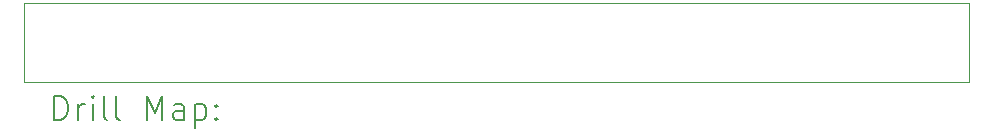
<source format=gbr>
%TF.GenerationSoftware,KiCad,Pcbnew,7.0.10*%
%TF.CreationDate,2024-01-11T16:27:45+00:00*%
%TF.ProjectId,TrapdoorGrid_Andrew,54726170-646f-46f7-9247-7269645f416e,rev?*%
%TF.SameCoordinates,Original*%
%TF.FileFunction,Drillmap*%
%TF.FilePolarity,Positive*%
%FSLAX45Y45*%
G04 Gerber Fmt 4.5, Leading zero omitted, Abs format (unit mm)*
G04 Created by KiCad (PCBNEW 7.0.10) date 2024-01-11 16:27:45*
%MOMM*%
%LPD*%
G01*
G04 APERTURE LIST*
%ADD10C,0.100000*%
%ADD11C,0.200000*%
G04 APERTURE END LIST*
D10*
X10000000Y-10000000D02*
X18000000Y-10000000D01*
X18000000Y-10670000D01*
X10000000Y-10670000D01*
X10000000Y-10000000D01*
D11*
X10255777Y-10986484D02*
X10255777Y-10786484D01*
X10255777Y-10786484D02*
X10303396Y-10786484D01*
X10303396Y-10786484D02*
X10331967Y-10796008D01*
X10331967Y-10796008D02*
X10351015Y-10815055D01*
X10351015Y-10815055D02*
X10360539Y-10834103D01*
X10360539Y-10834103D02*
X10370063Y-10872198D01*
X10370063Y-10872198D02*
X10370063Y-10900770D01*
X10370063Y-10900770D02*
X10360539Y-10938865D01*
X10360539Y-10938865D02*
X10351015Y-10957912D01*
X10351015Y-10957912D02*
X10331967Y-10976960D01*
X10331967Y-10976960D02*
X10303396Y-10986484D01*
X10303396Y-10986484D02*
X10255777Y-10986484D01*
X10455777Y-10986484D02*
X10455777Y-10853150D01*
X10455777Y-10891246D02*
X10465301Y-10872198D01*
X10465301Y-10872198D02*
X10474824Y-10862674D01*
X10474824Y-10862674D02*
X10493872Y-10853150D01*
X10493872Y-10853150D02*
X10512920Y-10853150D01*
X10579586Y-10986484D02*
X10579586Y-10853150D01*
X10579586Y-10786484D02*
X10570063Y-10796008D01*
X10570063Y-10796008D02*
X10579586Y-10805531D01*
X10579586Y-10805531D02*
X10589110Y-10796008D01*
X10589110Y-10796008D02*
X10579586Y-10786484D01*
X10579586Y-10786484D02*
X10579586Y-10805531D01*
X10703396Y-10986484D02*
X10684348Y-10976960D01*
X10684348Y-10976960D02*
X10674824Y-10957912D01*
X10674824Y-10957912D02*
X10674824Y-10786484D01*
X10808158Y-10986484D02*
X10789110Y-10976960D01*
X10789110Y-10976960D02*
X10779586Y-10957912D01*
X10779586Y-10957912D02*
X10779586Y-10786484D01*
X11036729Y-10986484D02*
X11036729Y-10786484D01*
X11036729Y-10786484D02*
X11103396Y-10929341D01*
X11103396Y-10929341D02*
X11170063Y-10786484D01*
X11170063Y-10786484D02*
X11170063Y-10986484D01*
X11351015Y-10986484D02*
X11351015Y-10881722D01*
X11351015Y-10881722D02*
X11341491Y-10862674D01*
X11341491Y-10862674D02*
X11322443Y-10853150D01*
X11322443Y-10853150D02*
X11284348Y-10853150D01*
X11284348Y-10853150D02*
X11265301Y-10862674D01*
X11351015Y-10976960D02*
X11331967Y-10986484D01*
X11331967Y-10986484D02*
X11284348Y-10986484D01*
X11284348Y-10986484D02*
X11265301Y-10976960D01*
X11265301Y-10976960D02*
X11255777Y-10957912D01*
X11255777Y-10957912D02*
X11255777Y-10938865D01*
X11255777Y-10938865D02*
X11265301Y-10919817D01*
X11265301Y-10919817D02*
X11284348Y-10910293D01*
X11284348Y-10910293D02*
X11331967Y-10910293D01*
X11331967Y-10910293D02*
X11351015Y-10900770D01*
X11446253Y-10853150D02*
X11446253Y-11053150D01*
X11446253Y-10862674D02*
X11465301Y-10853150D01*
X11465301Y-10853150D02*
X11503396Y-10853150D01*
X11503396Y-10853150D02*
X11522443Y-10862674D01*
X11522443Y-10862674D02*
X11531967Y-10872198D01*
X11531967Y-10872198D02*
X11541491Y-10891246D01*
X11541491Y-10891246D02*
X11541491Y-10948389D01*
X11541491Y-10948389D02*
X11531967Y-10967436D01*
X11531967Y-10967436D02*
X11522443Y-10976960D01*
X11522443Y-10976960D02*
X11503396Y-10986484D01*
X11503396Y-10986484D02*
X11465301Y-10986484D01*
X11465301Y-10986484D02*
X11446253Y-10976960D01*
X11627205Y-10967436D02*
X11636729Y-10976960D01*
X11636729Y-10976960D02*
X11627205Y-10986484D01*
X11627205Y-10986484D02*
X11617682Y-10976960D01*
X11617682Y-10976960D02*
X11627205Y-10967436D01*
X11627205Y-10967436D02*
X11627205Y-10986484D01*
X11627205Y-10862674D02*
X11636729Y-10872198D01*
X11636729Y-10872198D02*
X11627205Y-10881722D01*
X11627205Y-10881722D02*
X11617682Y-10872198D01*
X11617682Y-10872198D02*
X11627205Y-10862674D01*
X11627205Y-10862674D02*
X11627205Y-10881722D01*
M02*

</source>
